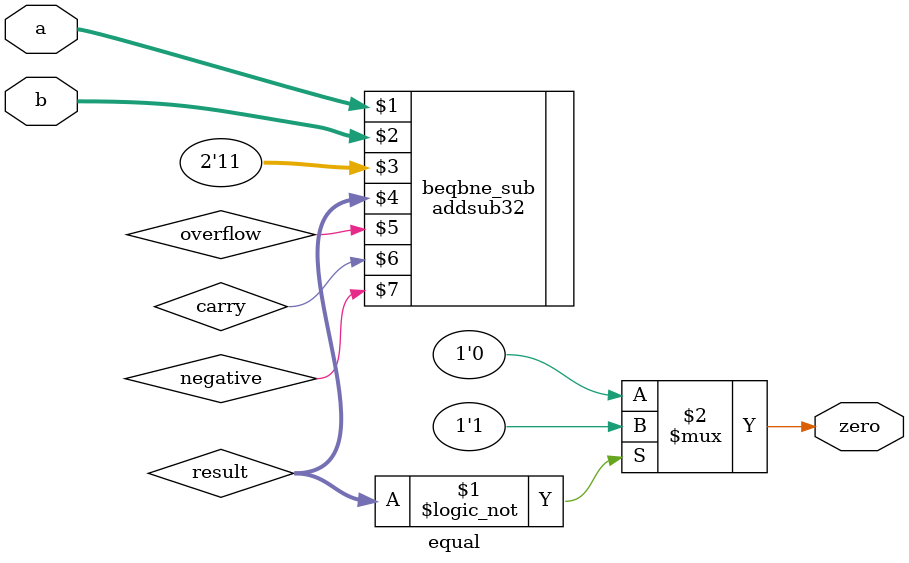
<source format=v>
`timescale 1ns / 1ps
module equal(
		input [31:0] a,
		input [31:0] b,
		output zero
    );
wire [31:0] result;
wire overflow, carry, negative;

addsub32 beqbne_sub(a, b, 2'b11, result, overflow, carry, negative);

assign zero = (result == 32'b0) ? 1'b1 : 1'b0;

endmodule

</source>
